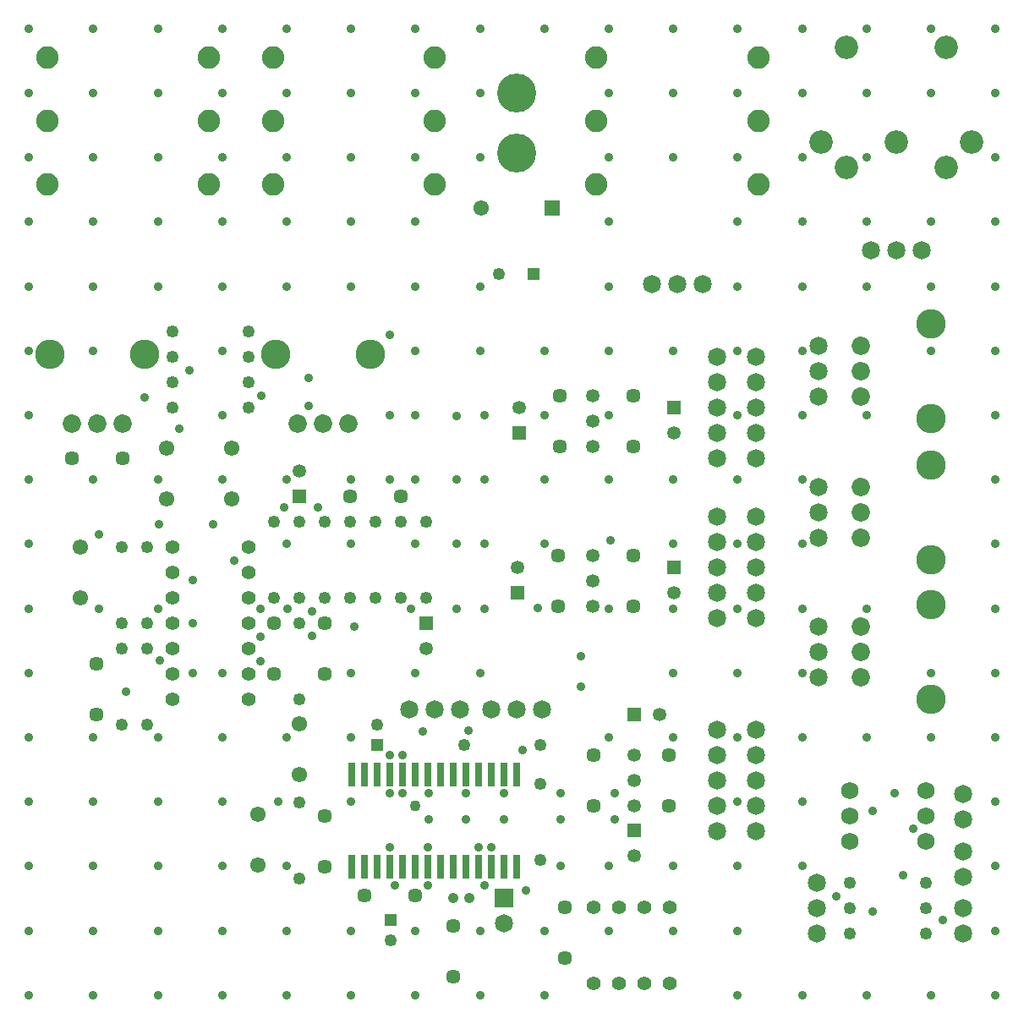
<source format=gts>
G04*
G04 #@! TF.GenerationSoftware,Altium Limited,Altium Designer,19.0.12 (326)*
G04*
G04 Layer_Color=8388736*
%FSLAX25Y25*%
%MOIN*%
G70*
G01*
G75*
%ADD15R,0.02953X0.09252*%
%ADD16R,0.07191X0.07191*%
%ADD17C,0.07191*%
%ADD18C,0.04922*%
%ADD19R,0.04922X0.04922*%
%ADD20C,0.11614*%
%ADD21C,0.07284*%
%ADD22C,0.05591*%
%ADD23C,0.05709*%
%ADD24C,0.04213*%
%ADD25R,0.04922X0.04922*%
%ADD26C,0.08859*%
%ADD27C,0.09252*%
%ADD28C,0.15355*%
%ADD29R,0.06103X0.06103*%
%ADD30C,0.06103*%
%ADD31R,0.05315X0.05315*%
%ADD32C,0.05315*%
%ADD33R,0.05315X0.05315*%
%ADD34C,0.06890*%
%ADD35C,0.03591*%
%ADD36C,0.04291*%
D15*
X131559Y55142D02*
D03*
X136559D02*
D03*
X141559D02*
D03*
X146559D02*
D03*
X151559D02*
D03*
X156559D02*
D03*
X161559D02*
D03*
X166559D02*
D03*
X171559D02*
D03*
X176559D02*
D03*
X181559D02*
D03*
X186559D02*
D03*
X191559D02*
D03*
X196559D02*
D03*
Y91362D02*
D03*
X191559D02*
D03*
X186559D02*
D03*
X181559D02*
D03*
X176559D02*
D03*
X171559D02*
D03*
X166559D02*
D03*
X161559D02*
D03*
X156559D02*
D03*
X151559D02*
D03*
X146559D02*
D03*
X141559D02*
D03*
X136559D02*
D03*
X131559D02*
D03*
D16*
X191500Y42500D02*
D03*
D17*
Y32500D02*
D03*
X315000Y38500D02*
D03*
Y28500D02*
D03*
Y48500D02*
D03*
X260000Y284500D02*
D03*
X270000D02*
D03*
X250000D02*
D03*
X346315Y298000D02*
D03*
X356315D02*
D03*
X336315D02*
D03*
X291000Y183000D02*
D03*
Y173000D02*
D03*
Y153000D02*
D03*
Y163000D02*
D03*
Y193000D02*
D03*
X275500Y183000D02*
D03*
Y173000D02*
D03*
Y153000D02*
D03*
Y163000D02*
D03*
Y193000D02*
D03*
X291000Y78915D02*
D03*
Y88915D02*
D03*
Y108915D02*
D03*
Y98915D02*
D03*
Y68915D02*
D03*
X275500Y78915D02*
D03*
Y88915D02*
D03*
Y108915D02*
D03*
Y98915D02*
D03*
Y68915D02*
D03*
X291000Y246000D02*
D03*
Y236000D02*
D03*
Y216000D02*
D03*
Y226000D02*
D03*
Y256000D02*
D03*
X275500Y246000D02*
D03*
Y236000D02*
D03*
Y216000D02*
D03*
Y226000D02*
D03*
Y256000D02*
D03*
X315500Y139685D02*
D03*
Y149685D02*
D03*
Y129685D02*
D03*
Y194685D02*
D03*
Y204685D02*
D03*
Y184685D02*
D03*
Y250315D02*
D03*
Y260315D02*
D03*
Y240315D02*
D03*
X372500Y38500D02*
D03*
Y28500D02*
D03*
Y61000D02*
D03*
Y51000D02*
D03*
Y83500D02*
D03*
Y73500D02*
D03*
X164449Y117000D02*
D03*
X174449D02*
D03*
X154449D02*
D03*
X196600D02*
D03*
X206600D02*
D03*
X186600D02*
D03*
D18*
X141500Y111000D02*
D03*
X328000Y28500D02*
D03*
X358000D02*
D03*
X328000Y38500D02*
D03*
X358000D02*
D03*
X328000Y48500D02*
D03*
X358000D02*
D03*
X189610Y288494D02*
D03*
X176000Y103000D02*
D03*
X206000D02*
D03*
Y57800D02*
D03*
Y87800D02*
D03*
X147000Y26000D02*
D03*
X111000Y151000D02*
D03*
Y121000D02*
D03*
X161000Y161000D02*
D03*
Y191000D02*
D03*
X151000Y161000D02*
D03*
Y191000D02*
D03*
X141000Y161000D02*
D03*
Y191000D02*
D03*
X131000Y161000D02*
D03*
Y191000D02*
D03*
X121000D02*
D03*
Y161000D02*
D03*
X111000D02*
D03*
Y191000D02*
D03*
X101000Y161000D02*
D03*
Y191000D02*
D03*
X111000Y50200D02*
D03*
Y80200D02*
D03*
X51000Y111000D02*
D03*
Y141000D02*
D03*
X41000D02*
D03*
Y111000D02*
D03*
X51000Y151000D02*
D03*
Y181000D02*
D03*
X41000D02*
D03*
Y151000D02*
D03*
X91000Y266000D02*
D03*
X61000D02*
D03*
Y256000D02*
D03*
X91000D02*
D03*
X61000Y246000D02*
D03*
X91000D02*
D03*
Y236000D02*
D03*
X61000D02*
D03*
D19*
X141500Y103120D02*
D03*
X147000Y33880D02*
D03*
D20*
X360032Y158386D02*
D03*
Y120984D02*
D03*
Y213386D02*
D03*
Y175984D02*
D03*
Y269016D02*
D03*
Y231614D02*
D03*
X49902Y257122D02*
D03*
X12500D02*
D03*
X138902D02*
D03*
X101500D02*
D03*
D21*
X332472Y129642D02*
D03*
Y139685D02*
D03*
Y149728D02*
D03*
Y184643D02*
D03*
Y194685D02*
D03*
Y204728D02*
D03*
Y240272D02*
D03*
Y250315D02*
D03*
Y260357D02*
D03*
X21158Y229563D02*
D03*
X31201D02*
D03*
X41243D02*
D03*
X110158D02*
D03*
X120201D02*
D03*
X130243D02*
D03*
D22*
X256896Y39000D02*
D03*
X236896D02*
D03*
X226896D02*
D03*
X246896D02*
D03*
X256896Y9000D02*
D03*
X246896D02*
D03*
X226896D02*
D03*
X236896D02*
D03*
X91000Y121000D02*
D03*
Y131000D02*
D03*
Y181000D02*
D03*
X61000D02*
D03*
X91000Y141000D02*
D03*
Y151000D02*
D03*
Y171000D02*
D03*
Y161000D02*
D03*
X61000Y171000D02*
D03*
Y161000D02*
D03*
Y151000D02*
D03*
Y141000D02*
D03*
Y131000D02*
D03*
Y121000D02*
D03*
D23*
X215500Y39000D02*
D03*
Y19000D02*
D03*
X256500Y78915D02*
D03*
Y98915D02*
D03*
X227000D02*
D03*
Y78915D02*
D03*
X171600Y11500D02*
D03*
Y31500D02*
D03*
X136500Y43500D02*
D03*
X156500D02*
D03*
X242500Y157500D02*
D03*
Y177500D02*
D03*
X213000D02*
D03*
Y157500D02*
D03*
X242500Y220500D02*
D03*
Y240500D02*
D03*
X213500D02*
D03*
Y220500D02*
D03*
X121000Y151000D02*
D03*
Y131000D02*
D03*
X101000D02*
D03*
Y151000D02*
D03*
X151000Y201000D02*
D03*
X131000D02*
D03*
X121000Y55142D02*
D03*
Y75142D02*
D03*
X31000Y135000D02*
D03*
Y115000D02*
D03*
X21200Y216000D02*
D03*
X41200D02*
D03*
D24*
X171500Y42531D02*
D03*
X177831D02*
D03*
D25*
X203390Y288494D02*
D03*
D26*
X164449Y324000D02*
D03*
X100551D02*
D03*
X164449Y374000D02*
D03*
X100551D02*
D03*
X164449Y349000D02*
D03*
X100551D02*
D03*
X75449Y324000D02*
D03*
X11551D02*
D03*
X75449Y374000D02*
D03*
X11551D02*
D03*
X75449Y349000D02*
D03*
X11551D02*
D03*
X292000Y324000D02*
D03*
X228102D02*
D03*
X292000Y374000D02*
D03*
X228102D02*
D03*
X292000Y349000D02*
D03*
X228102D02*
D03*
D27*
X316787Y340598D02*
D03*
X346315D02*
D03*
X375842D02*
D03*
X326630Y378000D02*
D03*
X366000D02*
D03*
Y330756D02*
D03*
X326630D02*
D03*
D28*
X196500Y336378D02*
D03*
Y360000D02*
D03*
D29*
X210500Y314500D02*
D03*
D30*
X182500D02*
D03*
X110900Y111223D02*
D03*
Y91223D02*
D03*
X94500Y55542D02*
D03*
Y75542D02*
D03*
X24500Y181000D02*
D03*
Y161000D02*
D03*
X84300Y220000D02*
D03*
Y200000D02*
D03*
X58800Y220000D02*
D03*
Y200000D02*
D03*
D31*
X243000Y114915D02*
D03*
D32*
X253000D02*
D03*
X243000Y78915D02*
D03*
Y88915D02*
D03*
Y98915D02*
D03*
Y59415D02*
D03*
X226500Y177500D02*
D03*
Y167500D02*
D03*
Y157500D02*
D03*
X258500Y163000D02*
D03*
X197000Y173000D02*
D03*
X226500Y240500D02*
D03*
Y230500D02*
D03*
Y220500D02*
D03*
X258500Y226000D02*
D03*
X197500Y236000D02*
D03*
X161000Y141000D02*
D03*
X111000Y211000D02*
D03*
D33*
X243000Y69415D02*
D03*
X258500Y173000D02*
D03*
X197000Y163000D02*
D03*
X258500Y236000D02*
D03*
X197500Y226000D02*
D03*
X161000Y151000D02*
D03*
X111000Y201000D02*
D03*
D34*
X358000Y84900D02*
D03*
X328000Y85000D02*
D03*
X358000Y74900D02*
D03*
Y64900D02*
D03*
X328000Y74900D02*
D03*
Y64900D02*
D03*
D35*
X146625Y207600D02*
D03*
X146559Y264505D02*
D03*
X146625Y233000D02*
D03*
X199000Y100885D02*
D03*
X177500Y108500D02*
D03*
X159500Y108263D02*
D03*
X63708Y227500D02*
D03*
X353000Y70000D02*
D03*
X345500Y84000D02*
D03*
X364725Y33880D02*
D03*
X322500Y43427D02*
D03*
X337000Y37437D02*
D03*
X349000Y51500D02*
D03*
X337000Y77081D02*
D03*
X102496Y80600D02*
D03*
X184000Y47500D02*
D03*
X161525Y62500D02*
D03*
X162000Y73549D02*
D03*
X146625Y84000D02*
D03*
X233500Y183615D02*
D03*
X205000Y156881D02*
D03*
X68972Y131400D02*
D03*
X31877Y186000D02*
D03*
Y156800D02*
D03*
X173000Y232612D02*
D03*
X184000Y232838D02*
D03*
X173000Y207600D02*
D03*
X184000D02*
D03*
X173000Y182200D02*
D03*
X184000D02*
D03*
X173000Y156800D02*
D03*
X184000D02*
D03*
X222000Y137853D02*
D03*
Y126000D02*
D03*
X200181Y45500D02*
D03*
X214000Y55210D02*
D03*
X42500Y123991D02*
D03*
X56000Y136237D02*
D03*
X55500Y189863D02*
D03*
X77000D02*
D03*
X118410Y196500D02*
D03*
X105024D02*
D03*
X155000Y156800D02*
D03*
X95640Y136000D02*
D03*
X132500Y149739D02*
D03*
X115942Y146000D02*
D03*
X95640Y145497D02*
D03*
X106219Y156500D02*
D03*
X116000Y155806D02*
D03*
X95640Y156500D02*
D03*
X85228Y175500D02*
D03*
X68972Y167925D02*
D03*
Y151000D02*
D03*
X67500Y250780D02*
D03*
X96000Y240674D02*
D03*
X114500Y247500D02*
D03*
Y236773D02*
D03*
X49902Y240000D02*
D03*
X161525Y47500D02*
D03*
X148500Y47610D02*
D03*
X235332Y73749D02*
D03*
Y84000D02*
D03*
X214000Y73749D02*
D03*
Y84000D02*
D03*
X309200Y309200D02*
D03*
X156800Y283800D02*
D03*
Y360000D02*
D03*
X29800Y207600D02*
D03*
X233000Y106000D02*
D03*
X156800Y334600D02*
D03*
X131400Y385400D02*
D03*
X55200Y283800D02*
D03*
Y385400D02*
D03*
X29800Y29800D02*
D03*
X283800Y106000D02*
D03*
X233000Y334600D02*
D03*
X80600Y29800D02*
D03*
X156800Y131400D02*
D03*
X131400Y309200D02*
D03*
X258400Y258400D02*
D03*
X309200Y334600D02*
D03*
X131400Y80600D02*
D03*
X283800Y55200D02*
D03*
X385400Y334600D02*
D03*
X80600Y4400D02*
D03*
X29800Y360000D02*
D03*
X385400D02*
D03*
X4400Y207600D02*
D03*
X29800Y334600D02*
D03*
X80600Y385400D02*
D03*
X207600D02*
D03*
X233000Y55200D02*
D03*
X4400Y4400D02*
D03*
Y283800D02*
D03*
X283800Y4400D02*
D03*
X29800Y283800D02*
D03*
X182200Y131400D02*
D03*
X385400Y80600D02*
D03*
X360000Y4400D02*
D03*
X233000Y385400D02*
D03*
X385400Y156800D02*
D03*
X4400Y106000D02*
D03*
X360000D02*
D03*
X258400Y156800D02*
D03*
X182200Y258400D02*
D03*
X283800Y131400D02*
D03*
X55200Y360000D02*
D03*
X309200Y385400D02*
D03*
X258400Y131400D02*
D03*
X131400Y360000D02*
D03*
X55200Y29800D02*
D03*
X309200Y106000D02*
D03*
X106000Y207600D02*
D03*
X258400Y55200D02*
D03*
X131400Y283800D02*
D03*
X4400Y131400D02*
D03*
X233000Y207600D02*
D03*
X207600Y258400D02*
D03*
X156800Y207600D02*
D03*
X283800Y360000D02*
D03*
X309200Y207600D02*
D03*
Y80600D02*
D03*
X207600Y182200D02*
D03*
X29800Y258400D02*
D03*
X55200Y80600D02*
D03*
X131400Y334600D02*
D03*
X309200Y182200D02*
D03*
X29800Y309200D02*
D03*
X258400Y207600D02*
D03*
Y29800D02*
D03*
X4400Y182200D02*
D03*
Y334600D02*
D03*
X80600Y106000D02*
D03*
X156800Y182200D02*
D03*
X80600Y283800D02*
D03*
X29800Y385400D02*
D03*
X334600Y334600D02*
D03*
X80600Y258400D02*
D03*
X385400Y131400D02*
D03*
X131400Y207600D02*
D03*
X385400Y309200D02*
D03*
X360000Y360000D02*
D03*
X283800Y309200D02*
D03*
X309200Y283800D02*
D03*
X385400Y258400D02*
D03*
X156800Y385400D02*
D03*
X207600Y29800D02*
D03*
X233000Y283800D02*
D03*
X156800Y309200D02*
D03*
X182200Y283800D02*
D03*
X283800Y385400D02*
D03*
X360000Y283800D02*
D03*
X258400Y334600D02*
D03*
X283800Y156800D02*
D03*
X4400Y233000D02*
D03*
Y360000D02*
D03*
Y80600D02*
D03*
X258400Y182200D02*
D03*
X4400Y29800D02*
D03*
X258400Y385400D02*
D03*
X309200Y4400D02*
D03*
X106000Y55200D02*
D03*
X55200D02*
D03*
X233000Y29800D02*
D03*
X131400Y4400D02*
D03*
X106000Y385400D02*
D03*
X385400D02*
D03*
X106000Y182200D02*
D03*
X131400Y29800D02*
D03*
X385400Y4400D02*
D03*
X4400Y385400D02*
D03*
X80600Y360000D02*
D03*
Y207600D02*
D03*
X283800Y283800D02*
D03*
X182200Y29800D02*
D03*
X131400Y182200D02*
D03*
X80600Y55200D02*
D03*
X309200D02*
D03*
X55200Y309200D02*
D03*
X156800Y233000D02*
D03*
X334600Y4400D02*
D03*
X233000Y258400D02*
D03*
X283800Y233000D02*
D03*
X4400Y156800D02*
D03*
X334600Y233000D02*
D03*
X283800Y334600D02*
D03*
X309200Y258400D02*
D03*
X182200Y385400D02*
D03*
X156800Y258400D02*
D03*
Y29800D02*
D03*
X106000Y360000D02*
D03*
X207600Y4400D02*
D03*
X29800Y80600D02*
D03*
X360000Y385400D02*
D03*
X334600Y309200D02*
D03*
X80600Y80600D02*
D03*
X29800Y106000D02*
D03*
X55200D02*
D03*
X283800Y29800D02*
D03*
X334600Y106000D02*
D03*
X156800Y4400D02*
D03*
X385400Y207600D02*
D03*
X106000Y4400D02*
D03*
X334600Y360000D02*
D03*
X106000Y29800D02*
D03*
X233000Y233000D02*
D03*
X29800Y55200D02*
D03*
X283800Y258400D02*
D03*
X131400Y131400D02*
D03*
X385400Y29800D02*
D03*
X55200Y4400D02*
D03*
X182200Y360000D02*
D03*
X283800Y207600D02*
D03*
X207600D02*
D03*
X80600Y131400D02*
D03*
X385400Y106000D02*
D03*
X334600Y156800D02*
D03*
X80600Y334600D02*
D03*
X4400Y309200D02*
D03*
X182200Y334600D02*
D03*
X309200Y156800D02*
D03*
X80600Y233000D02*
D03*
X309200Y360000D02*
D03*
X233000Y309200D02*
D03*
Y360000D02*
D03*
X29800Y4400D02*
D03*
X55200Y207600D02*
D03*
Y156800D02*
D03*
X258400Y360000D02*
D03*
X360000Y131400D02*
D03*
X283800Y182200D02*
D03*
X106000Y334600D02*
D03*
X131400Y106000D02*
D03*
X4400Y55200D02*
D03*
X385400Y233000D02*
D03*
X360000Y258400D02*
D03*
X182200Y4400D02*
D03*
X385400Y55200D02*
D03*
X258400Y106000D02*
D03*
X233000Y156800D02*
D03*
X385400Y182200D02*
D03*
X334600Y283800D02*
D03*
X207600Y233000D02*
D03*
X55200Y334600D02*
D03*
X106000Y283800D02*
D03*
X334600Y385400D02*
D03*
X309200Y131400D02*
D03*
X106000Y309200D02*
D03*
X283800Y80600D02*
D03*
X309200Y233000D02*
D03*
X80600Y309200D02*
D03*
X4400Y258400D02*
D03*
X106000Y106000D02*
D03*
X385400Y283800D02*
D03*
X360000Y309200D02*
D03*
X191500Y73749D02*
D03*
Y84000D02*
D03*
X176517Y73549D02*
D03*
X162000Y84000D02*
D03*
X146500Y62500D02*
D03*
X186500D02*
D03*
X181500D02*
D03*
X176517Y84000D02*
D03*
X151525Y98915D02*
D03*
X146600D02*
D03*
X151525Y84000D02*
D03*
D36*
X156580Y78915D02*
D03*
M02*

</source>
